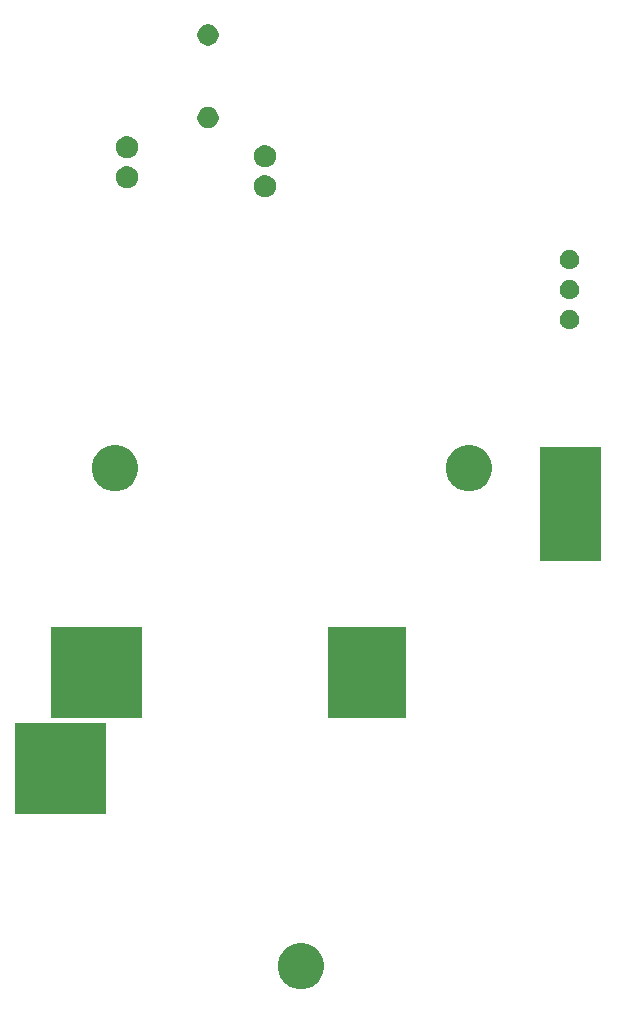
<source format=gbr>
G04 #@! TF.GenerationSoftware,KiCad,Pcbnew,5.1.3-ffb9f22~84~ubuntu18.10.1*
G04 #@! TF.CreationDate,2019-09-01T17:36:10+10:00*
G04 #@! TF.ProjectId,openpod-1,6f70656e-706f-4642-9d31-2e6b69636164,1.0*
G04 #@! TF.SameCoordinates,Original*
G04 #@! TF.FileFunction,Soldermask,Bot*
G04 #@! TF.FilePolarity,Negative*
%FSLAX46Y46*%
G04 Gerber Fmt 4.6, Leading zero omitted, Abs format (unit mm)*
G04 Created by KiCad (PCBNEW 5.1.3-ffb9f22~84~ubuntu18.10.1) date 2019-09-01 17:36:10*
%MOMM*%
%LPD*%
G04 APERTURE LIST*
%ADD10C,0.100000*%
G04 APERTURE END LIST*
D10*
G36*
X104201085Y-119535975D02*
G01*
X104556143Y-119683045D01*
X104556145Y-119683046D01*
X104875690Y-119896559D01*
X105147441Y-120168310D01*
X105360954Y-120487855D01*
X105360955Y-120487857D01*
X105508025Y-120842915D01*
X105583000Y-121219842D01*
X105583000Y-121604158D01*
X105508025Y-121981085D01*
X105360955Y-122336143D01*
X105360954Y-122336145D01*
X105147441Y-122655690D01*
X104875690Y-122927441D01*
X104556145Y-123140954D01*
X104556144Y-123140955D01*
X104556143Y-123140955D01*
X104201085Y-123288025D01*
X103824158Y-123363000D01*
X103439842Y-123363000D01*
X103062915Y-123288025D01*
X102707857Y-123140955D01*
X102707856Y-123140955D01*
X102707855Y-123140954D01*
X102388310Y-122927441D01*
X102116559Y-122655690D01*
X101903046Y-122336145D01*
X101903045Y-122336143D01*
X101755975Y-121981085D01*
X101681000Y-121604158D01*
X101681000Y-121219842D01*
X101755975Y-120842915D01*
X101903045Y-120487857D01*
X101903046Y-120487855D01*
X102116559Y-120168310D01*
X102388310Y-119896559D01*
X102707855Y-119683046D01*
X102707857Y-119683045D01*
X103062915Y-119535975D01*
X103439842Y-119461000D01*
X103824158Y-119461000D01*
X104201085Y-119535975D01*
X104201085Y-119535975D01*
G37*
G36*
X87173000Y-108509000D02*
G01*
X79451000Y-108509000D01*
X79451000Y-100787000D01*
X87173000Y-100787000D01*
X87173000Y-108509000D01*
X87173000Y-108509000D01*
G37*
G36*
X90221000Y-100381000D02*
G01*
X82499000Y-100381000D01*
X82499000Y-92659000D01*
X90221000Y-92659000D01*
X90221000Y-100381000D01*
X90221000Y-100381000D01*
G37*
G36*
X112491009Y-100371005D02*
G01*
X105948991Y-100371005D01*
X105948991Y-92668995D01*
X112491009Y-92668995D01*
X112491009Y-100371005D01*
X112491009Y-100371005D01*
G37*
G36*
X129083000Y-87109500D02*
G01*
X123901000Y-87109500D01*
X123901000Y-77482500D01*
X129083000Y-77482500D01*
X129083000Y-87109500D01*
X129083000Y-87109500D01*
G37*
G36*
X118425085Y-77371975D02*
G01*
X118780143Y-77519045D01*
X118780145Y-77519046D01*
X119099690Y-77732559D01*
X119371441Y-78004310D01*
X119584954Y-78323855D01*
X119584955Y-78323857D01*
X119732025Y-78678915D01*
X119807000Y-79055842D01*
X119807000Y-79440158D01*
X119732025Y-79817085D01*
X119584955Y-80172143D01*
X119584954Y-80172145D01*
X119371441Y-80491690D01*
X119099690Y-80763441D01*
X118780145Y-80976954D01*
X118780144Y-80976955D01*
X118780143Y-80976955D01*
X118425085Y-81124025D01*
X118048158Y-81199000D01*
X117663842Y-81199000D01*
X117286915Y-81124025D01*
X116931857Y-80976955D01*
X116931856Y-80976955D01*
X116931855Y-80976954D01*
X116612310Y-80763441D01*
X116340559Y-80491690D01*
X116127046Y-80172145D01*
X116127045Y-80172143D01*
X115979975Y-79817085D01*
X115905000Y-79440158D01*
X115905000Y-79055842D01*
X115979975Y-78678915D01*
X116127045Y-78323857D01*
X116127046Y-78323855D01*
X116340559Y-78004310D01*
X116612310Y-77732559D01*
X116931855Y-77519046D01*
X116931857Y-77519045D01*
X117286915Y-77371975D01*
X117663842Y-77297000D01*
X118048158Y-77297000D01*
X118425085Y-77371975D01*
X118425085Y-77371975D01*
G37*
G36*
X88453085Y-77371975D02*
G01*
X88808143Y-77519045D01*
X88808145Y-77519046D01*
X89127690Y-77732559D01*
X89399441Y-78004310D01*
X89612954Y-78323855D01*
X89612955Y-78323857D01*
X89760025Y-78678915D01*
X89835000Y-79055842D01*
X89835000Y-79440158D01*
X89760025Y-79817085D01*
X89612955Y-80172143D01*
X89612954Y-80172145D01*
X89399441Y-80491690D01*
X89127690Y-80763441D01*
X88808145Y-80976954D01*
X88808144Y-80976955D01*
X88808143Y-80976955D01*
X88453085Y-81124025D01*
X88076158Y-81199000D01*
X87691842Y-81199000D01*
X87314915Y-81124025D01*
X86959857Y-80976955D01*
X86959856Y-80976955D01*
X86959855Y-80976954D01*
X86640310Y-80763441D01*
X86368559Y-80491690D01*
X86155046Y-80172145D01*
X86155045Y-80172143D01*
X86007975Y-79817085D01*
X85933000Y-79440158D01*
X85933000Y-79055842D01*
X86007975Y-78678915D01*
X86155045Y-78323857D01*
X86155046Y-78323855D01*
X86368559Y-78004310D01*
X86640310Y-77732559D01*
X86959855Y-77519046D01*
X86959857Y-77519045D01*
X87314915Y-77371975D01*
X87691842Y-77297000D01*
X88076158Y-77297000D01*
X88453085Y-77371975D01*
X88453085Y-77371975D01*
G37*
G36*
X126602142Y-65893242D02*
G01*
X126750101Y-65954529D01*
X126883255Y-66043499D01*
X126996501Y-66156745D01*
X127085471Y-66289899D01*
X127146758Y-66437858D01*
X127178000Y-66594925D01*
X127178000Y-66755075D01*
X127146758Y-66912142D01*
X127085471Y-67060101D01*
X126996501Y-67193255D01*
X126883255Y-67306501D01*
X126750101Y-67395471D01*
X126602142Y-67456758D01*
X126445075Y-67488000D01*
X126284925Y-67488000D01*
X126127858Y-67456758D01*
X125979899Y-67395471D01*
X125846745Y-67306501D01*
X125733499Y-67193255D01*
X125644529Y-67060101D01*
X125583242Y-66912142D01*
X125552000Y-66755075D01*
X125552000Y-66594925D01*
X125583242Y-66437858D01*
X125644529Y-66289899D01*
X125733499Y-66156745D01*
X125846745Y-66043499D01*
X125979899Y-65954529D01*
X126127858Y-65893242D01*
X126284925Y-65862000D01*
X126445075Y-65862000D01*
X126602142Y-65893242D01*
X126602142Y-65893242D01*
G37*
G36*
X126602142Y-63353242D02*
G01*
X126750101Y-63414529D01*
X126883255Y-63503499D01*
X126996501Y-63616745D01*
X127085471Y-63749899D01*
X127146758Y-63897858D01*
X127178000Y-64054925D01*
X127178000Y-64215075D01*
X127146758Y-64372142D01*
X127085471Y-64520101D01*
X126996501Y-64653255D01*
X126883255Y-64766501D01*
X126750101Y-64855471D01*
X126602142Y-64916758D01*
X126445075Y-64948000D01*
X126284925Y-64948000D01*
X126127858Y-64916758D01*
X125979899Y-64855471D01*
X125846745Y-64766501D01*
X125733499Y-64653255D01*
X125644529Y-64520101D01*
X125583242Y-64372142D01*
X125552000Y-64215075D01*
X125552000Y-64054925D01*
X125583242Y-63897858D01*
X125644529Y-63749899D01*
X125733499Y-63616745D01*
X125846745Y-63503499D01*
X125979899Y-63414529D01*
X126127858Y-63353242D01*
X126284925Y-63322000D01*
X126445075Y-63322000D01*
X126602142Y-63353242D01*
X126602142Y-63353242D01*
G37*
G36*
X126602142Y-60813242D02*
G01*
X126750101Y-60874529D01*
X126883255Y-60963499D01*
X126996501Y-61076745D01*
X127085471Y-61209899D01*
X127146758Y-61357858D01*
X127178000Y-61514925D01*
X127178000Y-61675075D01*
X127146758Y-61832142D01*
X127085471Y-61980101D01*
X126996501Y-62113255D01*
X126883255Y-62226501D01*
X126750101Y-62315471D01*
X126602142Y-62376758D01*
X126445075Y-62408000D01*
X126284925Y-62408000D01*
X126127858Y-62376758D01*
X125979899Y-62315471D01*
X125846745Y-62226501D01*
X125733499Y-62113255D01*
X125644529Y-61980101D01*
X125583242Y-61832142D01*
X125552000Y-61675075D01*
X125552000Y-61514925D01*
X125583242Y-61357858D01*
X125644529Y-61209899D01*
X125733499Y-61076745D01*
X125846745Y-60963499D01*
X125979899Y-60874529D01*
X126127858Y-60813242D01*
X126284925Y-60782000D01*
X126445075Y-60782000D01*
X126602142Y-60813242D01*
X126602142Y-60813242D01*
G37*
G36*
X100797607Y-54456277D02*
G01*
X100858129Y-54468316D01*
X101029162Y-54539160D01*
X101183087Y-54642010D01*
X101313990Y-54772913D01*
X101416840Y-54926838D01*
X101487684Y-55097871D01*
X101523800Y-55279438D01*
X101523800Y-55464562D01*
X101487684Y-55646129D01*
X101416840Y-55817162D01*
X101313990Y-55971087D01*
X101183087Y-56101990D01*
X101029162Y-56204840D01*
X100858129Y-56275684D01*
X100797607Y-56287723D01*
X100676564Y-56311800D01*
X100491436Y-56311800D01*
X100370393Y-56287723D01*
X100309871Y-56275684D01*
X100138838Y-56204840D01*
X99984913Y-56101990D01*
X99854010Y-55971087D01*
X99751160Y-55817162D01*
X99680316Y-55646129D01*
X99644200Y-55464562D01*
X99644200Y-55279438D01*
X99680316Y-55097871D01*
X99751160Y-54926838D01*
X99854010Y-54772913D01*
X99984913Y-54642010D01*
X100138838Y-54539160D01*
X100309871Y-54468316D01*
X100370393Y-54456277D01*
X100491436Y-54432200D01*
X100676564Y-54432200D01*
X100797607Y-54456277D01*
X100797607Y-54456277D01*
G37*
G36*
X89113607Y-53694277D02*
G01*
X89174129Y-53706316D01*
X89345162Y-53777160D01*
X89499087Y-53880010D01*
X89629990Y-54010913D01*
X89732840Y-54164838D01*
X89803684Y-54335871D01*
X89839800Y-54517438D01*
X89839800Y-54702562D01*
X89803684Y-54884129D01*
X89732840Y-55055162D01*
X89629990Y-55209087D01*
X89499087Y-55339990D01*
X89345162Y-55442840D01*
X89174129Y-55513684D01*
X89113607Y-55525723D01*
X88992564Y-55549800D01*
X88807436Y-55549800D01*
X88686393Y-55525723D01*
X88625871Y-55513684D01*
X88454838Y-55442840D01*
X88300913Y-55339990D01*
X88170010Y-55209087D01*
X88067160Y-55055162D01*
X87996316Y-54884129D01*
X87960200Y-54702562D01*
X87960200Y-54517438D01*
X87996316Y-54335871D01*
X88067160Y-54164838D01*
X88170010Y-54010913D01*
X88300913Y-53880010D01*
X88454838Y-53777160D01*
X88625871Y-53706316D01*
X88686393Y-53694277D01*
X88807436Y-53670200D01*
X88992564Y-53670200D01*
X89113607Y-53694277D01*
X89113607Y-53694277D01*
G37*
G36*
X100797607Y-51916277D02*
G01*
X100858129Y-51928316D01*
X101029162Y-51999160D01*
X101183087Y-52102010D01*
X101313990Y-52232913D01*
X101416840Y-52386838D01*
X101487684Y-52557871D01*
X101523800Y-52739438D01*
X101523800Y-52924562D01*
X101487684Y-53106129D01*
X101416840Y-53277162D01*
X101313990Y-53431087D01*
X101183087Y-53561990D01*
X101029162Y-53664840D01*
X100858129Y-53735684D01*
X100797607Y-53747723D01*
X100676564Y-53771800D01*
X100491436Y-53771800D01*
X100370393Y-53747723D01*
X100309871Y-53735684D01*
X100138838Y-53664840D01*
X99984913Y-53561990D01*
X99854010Y-53431087D01*
X99751160Y-53277162D01*
X99680316Y-53106129D01*
X99644200Y-52924562D01*
X99644200Y-52739438D01*
X99680316Y-52557871D01*
X99751160Y-52386838D01*
X99854010Y-52232913D01*
X99984913Y-52102010D01*
X100138838Y-51999160D01*
X100309871Y-51928316D01*
X100370393Y-51916277D01*
X100491436Y-51892200D01*
X100676564Y-51892200D01*
X100797607Y-51916277D01*
X100797607Y-51916277D01*
G37*
G36*
X89113607Y-51154277D02*
G01*
X89174129Y-51166316D01*
X89345162Y-51237160D01*
X89499087Y-51340010D01*
X89629990Y-51470913D01*
X89732840Y-51624838D01*
X89803684Y-51795871D01*
X89839800Y-51977438D01*
X89839800Y-52162562D01*
X89803684Y-52344129D01*
X89732840Y-52515162D01*
X89629990Y-52669087D01*
X89499087Y-52799990D01*
X89345162Y-52902840D01*
X89174129Y-52973684D01*
X89113607Y-52985723D01*
X88992564Y-53009800D01*
X88807436Y-53009800D01*
X88686393Y-52985723D01*
X88625871Y-52973684D01*
X88454838Y-52902840D01*
X88300913Y-52799990D01*
X88170010Y-52669087D01*
X88067160Y-52515162D01*
X87996316Y-52344129D01*
X87960200Y-52162562D01*
X87960200Y-51977438D01*
X87996316Y-51795871D01*
X88067160Y-51624838D01*
X88170010Y-51470913D01*
X88300913Y-51340010D01*
X88454838Y-51237160D01*
X88625871Y-51166316D01*
X88686393Y-51154277D01*
X88807436Y-51130200D01*
X88992564Y-51130200D01*
X89113607Y-51154277D01*
X89113607Y-51154277D01*
G37*
G36*
X95883512Y-48667927D02*
G01*
X96032812Y-48697624D01*
X96196784Y-48765544D01*
X96344354Y-48864147D01*
X96469853Y-48989646D01*
X96568456Y-49137216D01*
X96636376Y-49301188D01*
X96671000Y-49475259D01*
X96671000Y-49652741D01*
X96636376Y-49826812D01*
X96568456Y-49990784D01*
X96469853Y-50138354D01*
X96344354Y-50263853D01*
X96196784Y-50362456D01*
X96032812Y-50430376D01*
X95883512Y-50460073D01*
X95858742Y-50465000D01*
X95681258Y-50465000D01*
X95656488Y-50460073D01*
X95507188Y-50430376D01*
X95343216Y-50362456D01*
X95195646Y-50263853D01*
X95070147Y-50138354D01*
X94971544Y-49990784D01*
X94903624Y-49826812D01*
X94869000Y-49652741D01*
X94869000Y-49475259D01*
X94903624Y-49301188D01*
X94971544Y-49137216D01*
X95070147Y-48989646D01*
X95195646Y-48864147D01*
X95343216Y-48765544D01*
X95507188Y-48697624D01*
X95656488Y-48667927D01*
X95681258Y-48663000D01*
X95858742Y-48663000D01*
X95883512Y-48667927D01*
X95883512Y-48667927D01*
G37*
G36*
X95883512Y-41667927D02*
G01*
X96032812Y-41697624D01*
X96196784Y-41765544D01*
X96344354Y-41864147D01*
X96469853Y-41989646D01*
X96568456Y-42137216D01*
X96636376Y-42301188D01*
X96671000Y-42475259D01*
X96671000Y-42652741D01*
X96636376Y-42826812D01*
X96568456Y-42990784D01*
X96469853Y-43138354D01*
X96344354Y-43263853D01*
X96196784Y-43362456D01*
X96032812Y-43430376D01*
X95883512Y-43460073D01*
X95858742Y-43465000D01*
X95681258Y-43465000D01*
X95656488Y-43460073D01*
X95507188Y-43430376D01*
X95343216Y-43362456D01*
X95195646Y-43263853D01*
X95070147Y-43138354D01*
X94971544Y-42990784D01*
X94903624Y-42826812D01*
X94869000Y-42652741D01*
X94869000Y-42475259D01*
X94903624Y-42301188D01*
X94971544Y-42137216D01*
X95070147Y-41989646D01*
X95195646Y-41864147D01*
X95343216Y-41765544D01*
X95507188Y-41697624D01*
X95656488Y-41667927D01*
X95681258Y-41663000D01*
X95858742Y-41663000D01*
X95883512Y-41667927D01*
X95883512Y-41667927D01*
G37*
M02*

</source>
